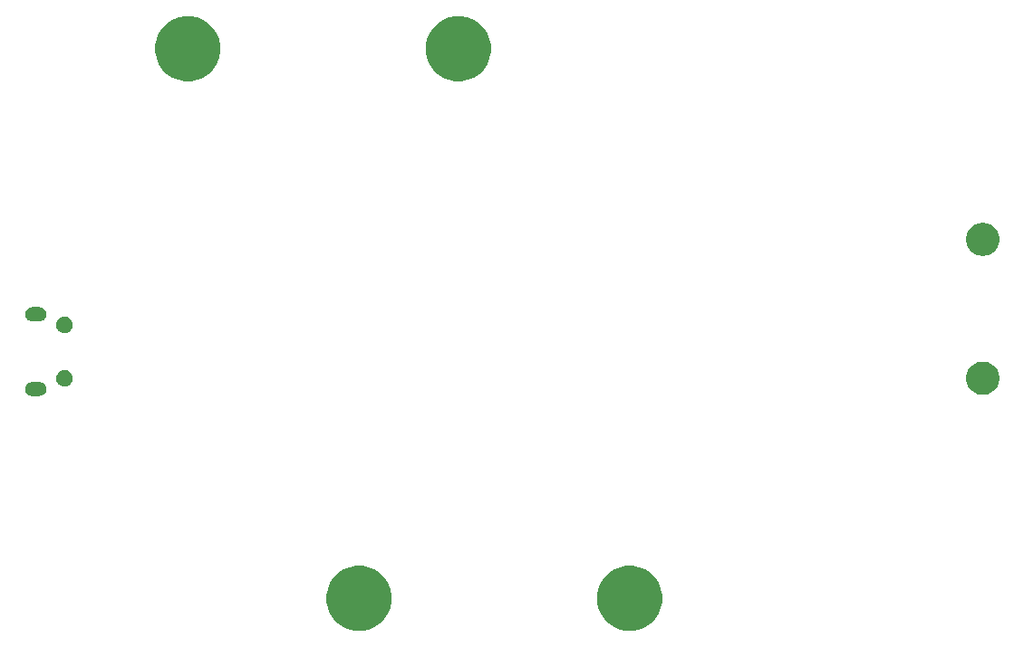
<source format=gbr>
G04 #@! TF.GenerationSoftware,KiCad,Pcbnew,(5.1.2-1)-1*
G04 #@! TF.CreationDate,2019-08-06T14:05:24+03:00*
G04 #@! TF.ProjectId,Boost_Converter,426f6f73-745f-4436-9f6e-766572746572,rev?*
G04 #@! TF.SameCoordinates,Original*
G04 #@! TF.FileFunction,Soldermask,Bot*
G04 #@! TF.FilePolarity,Negative*
%FSLAX46Y46*%
G04 Gerber Fmt 4.6, Leading zero omitted, Abs format (unit mm)*
G04 Created by KiCad (PCBNEW (5.1.2-1)-1) date 2019-08-06 14:05:24*
%MOMM*%
%LPD*%
G04 APERTURE LIST*
%ADD10C,0.100000*%
G04 APERTURE END LIST*
D10*
G36*
X86389943Y-95666248D02*
G01*
X86945189Y-95896238D01*
X86945190Y-95896239D01*
X87444899Y-96230134D01*
X87869866Y-96655101D01*
X87869867Y-96655103D01*
X88203762Y-97154811D01*
X88433752Y-97710057D01*
X88551000Y-98299501D01*
X88551000Y-98900499D01*
X88433752Y-99489943D01*
X88203762Y-100045189D01*
X88203761Y-100045190D01*
X87869866Y-100544899D01*
X87444899Y-100969866D01*
X87193347Y-101137948D01*
X86945189Y-101303762D01*
X86389943Y-101533752D01*
X85800499Y-101651000D01*
X85199501Y-101651000D01*
X84610057Y-101533752D01*
X84054811Y-101303762D01*
X83806653Y-101137948D01*
X83555101Y-100969866D01*
X83130134Y-100544899D01*
X82796239Y-100045190D01*
X82796238Y-100045189D01*
X82566248Y-99489943D01*
X82449000Y-98900499D01*
X82449000Y-98299501D01*
X82566248Y-97710057D01*
X82796238Y-97154811D01*
X83130133Y-96655103D01*
X83130134Y-96655101D01*
X83555101Y-96230134D01*
X84054810Y-95896239D01*
X84054811Y-95896238D01*
X84610057Y-95666248D01*
X85199501Y-95549000D01*
X85800499Y-95549000D01*
X86389943Y-95666248D01*
X86389943Y-95666248D01*
G37*
G36*
X61139943Y-95666248D02*
G01*
X61695189Y-95896238D01*
X61695190Y-95896239D01*
X62194899Y-96230134D01*
X62619866Y-96655101D01*
X62619867Y-96655103D01*
X62953762Y-97154811D01*
X63183752Y-97710057D01*
X63301000Y-98299501D01*
X63301000Y-98900499D01*
X63183752Y-99489943D01*
X62953762Y-100045189D01*
X62953761Y-100045190D01*
X62619866Y-100544899D01*
X62194899Y-100969866D01*
X61943347Y-101137948D01*
X61695189Y-101303762D01*
X61139943Y-101533752D01*
X60550499Y-101651000D01*
X59949501Y-101651000D01*
X59360057Y-101533752D01*
X58804811Y-101303762D01*
X58556653Y-101137948D01*
X58305101Y-100969866D01*
X57880134Y-100544899D01*
X57546239Y-100045190D01*
X57546238Y-100045189D01*
X57316248Y-99489943D01*
X57199000Y-98900499D01*
X57199000Y-98299501D01*
X57316248Y-97710057D01*
X57546238Y-97154811D01*
X57880133Y-96655103D01*
X57880134Y-96655101D01*
X58305101Y-96230134D01*
X58804810Y-95896239D01*
X58804811Y-95896238D01*
X59360057Y-95666248D01*
X59949501Y-95549000D01*
X60550499Y-95549000D01*
X61139943Y-95666248D01*
X61139943Y-95666248D01*
G37*
G36*
X30438855Y-78352140D02*
G01*
X30502618Y-78358420D01*
X30593404Y-78385960D01*
X30625336Y-78395646D01*
X30738425Y-78456094D01*
X30837554Y-78537446D01*
X30918906Y-78636575D01*
X30979354Y-78749664D01*
X30979355Y-78749668D01*
X31016580Y-78872382D01*
X31029149Y-79000000D01*
X31016580Y-79127618D01*
X30993185Y-79204740D01*
X30979354Y-79250336D01*
X30918906Y-79363425D01*
X30837554Y-79462554D01*
X30738425Y-79543906D01*
X30625336Y-79604354D01*
X30593404Y-79614040D01*
X30502618Y-79641580D01*
X30438855Y-79647860D01*
X30406974Y-79651000D01*
X29643026Y-79651000D01*
X29611145Y-79647860D01*
X29547382Y-79641580D01*
X29456596Y-79614040D01*
X29424664Y-79604354D01*
X29311575Y-79543906D01*
X29212446Y-79462554D01*
X29131094Y-79363425D01*
X29070646Y-79250336D01*
X29056815Y-79204740D01*
X29033420Y-79127618D01*
X29020851Y-79000000D01*
X29033420Y-78872382D01*
X29070645Y-78749668D01*
X29070646Y-78749664D01*
X29131094Y-78636575D01*
X29212446Y-78537446D01*
X29311575Y-78456094D01*
X29424664Y-78395646D01*
X29456596Y-78385960D01*
X29547382Y-78358420D01*
X29611145Y-78352140D01*
X29643026Y-78349000D01*
X30406974Y-78349000D01*
X30438855Y-78352140D01*
X30438855Y-78352140D01*
G37*
G36*
X118802585Y-76478802D02*
G01*
X118952410Y-76508604D01*
X119234674Y-76625521D01*
X119488705Y-76795259D01*
X119704741Y-77011295D01*
X119874479Y-77265326D01*
X119991396Y-77547590D01*
X119991396Y-77547591D01*
X120051000Y-77847239D01*
X120051000Y-78152761D01*
X120036362Y-78226351D01*
X119991396Y-78452410D01*
X119874479Y-78734674D01*
X119704741Y-78988705D01*
X119488705Y-79204741D01*
X119234674Y-79374479D01*
X118952410Y-79491396D01*
X118802585Y-79521198D01*
X118652761Y-79551000D01*
X118347239Y-79551000D01*
X118197415Y-79521198D01*
X118047590Y-79491396D01*
X117765326Y-79374479D01*
X117511295Y-79204741D01*
X117295259Y-78988705D01*
X117125521Y-78734674D01*
X117008604Y-78452410D01*
X116963638Y-78226351D01*
X116949000Y-78152761D01*
X116949000Y-77847239D01*
X117008604Y-77547591D01*
X117008604Y-77547590D01*
X117125521Y-77265326D01*
X117295259Y-77011295D01*
X117511295Y-76795259D01*
X117765326Y-76625521D01*
X118047590Y-76508604D01*
X118197415Y-76478802D01*
X118347239Y-76449000D01*
X118652761Y-76449000D01*
X118802585Y-76478802D01*
X118802585Y-76478802D01*
G37*
G36*
X32951348Y-77253820D02*
G01*
X32951350Y-77253821D01*
X32951351Y-77253821D01*
X33092574Y-77312317D01*
X33092577Y-77312319D01*
X33219669Y-77397239D01*
X33327761Y-77505331D01*
X33355998Y-77547591D01*
X33412683Y-77632426D01*
X33471179Y-77773649D01*
X33501000Y-77923571D01*
X33501000Y-78076429D01*
X33471179Y-78226351D01*
X33412683Y-78367574D01*
X33412681Y-78367577D01*
X33327761Y-78494669D01*
X33219669Y-78602761D01*
X33092577Y-78687681D01*
X33092574Y-78687683D01*
X32951351Y-78746179D01*
X32951350Y-78746179D01*
X32951348Y-78746180D01*
X32801431Y-78776000D01*
X32648569Y-78776000D01*
X32498652Y-78746180D01*
X32498650Y-78746179D01*
X32498649Y-78746179D01*
X32357426Y-78687683D01*
X32357423Y-78687681D01*
X32230331Y-78602761D01*
X32122239Y-78494669D01*
X32037319Y-78367577D01*
X32037317Y-78367574D01*
X31978821Y-78226351D01*
X31949000Y-78076429D01*
X31949000Y-77923571D01*
X31978821Y-77773649D01*
X32037317Y-77632426D01*
X32094002Y-77547591D01*
X32122239Y-77505331D01*
X32230331Y-77397239D01*
X32357423Y-77312319D01*
X32357426Y-77312317D01*
X32498649Y-77253821D01*
X32498650Y-77253821D01*
X32498652Y-77253820D01*
X32648569Y-77224000D01*
X32801431Y-77224000D01*
X32951348Y-77253820D01*
X32951348Y-77253820D01*
G37*
G36*
X32951348Y-72253820D02*
G01*
X32951350Y-72253821D01*
X32951351Y-72253821D01*
X33092574Y-72312317D01*
X33092577Y-72312319D01*
X33219669Y-72397239D01*
X33327761Y-72505331D01*
X33412681Y-72632423D01*
X33412683Y-72632426D01*
X33471179Y-72773649D01*
X33501000Y-72923571D01*
X33501000Y-73076429D01*
X33471179Y-73226351D01*
X33412683Y-73367574D01*
X33412681Y-73367577D01*
X33327761Y-73494669D01*
X33219669Y-73602761D01*
X33092577Y-73687681D01*
X33092574Y-73687683D01*
X32951351Y-73746179D01*
X32951350Y-73746179D01*
X32951348Y-73746180D01*
X32801431Y-73776000D01*
X32648569Y-73776000D01*
X32498652Y-73746180D01*
X32498650Y-73746179D01*
X32498649Y-73746179D01*
X32357426Y-73687683D01*
X32357423Y-73687681D01*
X32230331Y-73602761D01*
X32122239Y-73494669D01*
X32037319Y-73367577D01*
X32037317Y-73367574D01*
X31978821Y-73226351D01*
X31949000Y-73076429D01*
X31949000Y-72923571D01*
X31978821Y-72773649D01*
X32037317Y-72632426D01*
X32037319Y-72632423D01*
X32122239Y-72505331D01*
X32230331Y-72397239D01*
X32357423Y-72312319D01*
X32357426Y-72312317D01*
X32498649Y-72253821D01*
X32498650Y-72253821D01*
X32498652Y-72253820D01*
X32648569Y-72224000D01*
X32801431Y-72224000D01*
X32951348Y-72253820D01*
X32951348Y-72253820D01*
G37*
G36*
X30438855Y-71352140D02*
G01*
X30502618Y-71358420D01*
X30593404Y-71385960D01*
X30625336Y-71395646D01*
X30738425Y-71456094D01*
X30837554Y-71537446D01*
X30918906Y-71636575D01*
X30979354Y-71749664D01*
X30979355Y-71749668D01*
X31016580Y-71872382D01*
X31029149Y-72000000D01*
X31016580Y-72127618D01*
X30989040Y-72218404D01*
X30979354Y-72250336D01*
X30918906Y-72363425D01*
X30837554Y-72462554D01*
X30738425Y-72543906D01*
X30625336Y-72604354D01*
X30593404Y-72614040D01*
X30502618Y-72641580D01*
X30438855Y-72647860D01*
X30406974Y-72651000D01*
X29643026Y-72651000D01*
X29611145Y-72647860D01*
X29547382Y-72641580D01*
X29456596Y-72614040D01*
X29424664Y-72604354D01*
X29311575Y-72543906D01*
X29212446Y-72462554D01*
X29131094Y-72363425D01*
X29070646Y-72250336D01*
X29060960Y-72218404D01*
X29033420Y-72127618D01*
X29020851Y-72000000D01*
X29033420Y-71872382D01*
X29070645Y-71749668D01*
X29070646Y-71749664D01*
X29131094Y-71636575D01*
X29212446Y-71537446D01*
X29311575Y-71456094D01*
X29424664Y-71395646D01*
X29456596Y-71385960D01*
X29547382Y-71358420D01*
X29611145Y-71352140D01*
X29643026Y-71349000D01*
X30406974Y-71349000D01*
X30438855Y-71352140D01*
X30438855Y-71352140D01*
G37*
G36*
X118802585Y-63478802D02*
G01*
X118952410Y-63508604D01*
X119234674Y-63625521D01*
X119488705Y-63795259D01*
X119704741Y-64011295D01*
X119874479Y-64265326D01*
X119991396Y-64547590D01*
X120051000Y-64847240D01*
X120051000Y-65152760D01*
X119991396Y-65452410D01*
X119874479Y-65734674D01*
X119704741Y-65988705D01*
X119488705Y-66204741D01*
X119234674Y-66374479D01*
X118952410Y-66491396D01*
X118802585Y-66521198D01*
X118652761Y-66551000D01*
X118347239Y-66551000D01*
X118197415Y-66521198D01*
X118047590Y-66491396D01*
X117765326Y-66374479D01*
X117511295Y-66204741D01*
X117295259Y-65988705D01*
X117125521Y-65734674D01*
X117008604Y-65452410D01*
X116949000Y-65152760D01*
X116949000Y-64847240D01*
X117008604Y-64547590D01*
X117125521Y-64265326D01*
X117295259Y-64011295D01*
X117511295Y-63795259D01*
X117765326Y-63625521D01*
X118047590Y-63508604D01*
X118197415Y-63478802D01*
X118347239Y-63449000D01*
X118652761Y-63449000D01*
X118802585Y-63478802D01*
X118802585Y-63478802D01*
G37*
G36*
X70389943Y-44216248D02*
G01*
X70945189Y-44446238D01*
X70945190Y-44446239D01*
X71444899Y-44780134D01*
X71869866Y-45205101D01*
X71869867Y-45205103D01*
X72203762Y-45704811D01*
X72433752Y-46260057D01*
X72551000Y-46849501D01*
X72551000Y-47450499D01*
X72433752Y-48039943D01*
X72203762Y-48595189D01*
X72203761Y-48595190D01*
X71869866Y-49094899D01*
X71444899Y-49519866D01*
X71193347Y-49687948D01*
X70945189Y-49853762D01*
X70389943Y-50083752D01*
X69800499Y-50201000D01*
X69199501Y-50201000D01*
X68610057Y-50083752D01*
X68054811Y-49853762D01*
X67806653Y-49687948D01*
X67555101Y-49519866D01*
X67130134Y-49094899D01*
X66796239Y-48595190D01*
X66796238Y-48595189D01*
X66566248Y-48039943D01*
X66449000Y-47450499D01*
X66449000Y-46849501D01*
X66566248Y-46260057D01*
X66796238Y-45704811D01*
X67130133Y-45205103D01*
X67130134Y-45205101D01*
X67555101Y-44780134D01*
X68054810Y-44446239D01*
X68054811Y-44446238D01*
X68610057Y-44216248D01*
X69199501Y-44099000D01*
X69800499Y-44099000D01*
X70389943Y-44216248D01*
X70389943Y-44216248D01*
G37*
G36*
X45139943Y-44216248D02*
G01*
X45695189Y-44446238D01*
X45695190Y-44446239D01*
X46194899Y-44780134D01*
X46619866Y-45205101D01*
X46619867Y-45205103D01*
X46953762Y-45704811D01*
X47183752Y-46260057D01*
X47301000Y-46849501D01*
X47301000Y-47450499D01*
X47183752Y-48039943D01*
X46953762Y-48595189D01*
X46953761Y-48595190D01*
X46619866Y-49094899D01*
X46194899Y-49519866D01*
X45943347Y-49687948D01*
X45695189Y-49853762D01*
X45139943Y-50083752D01*
X44550499Y-50201000D01*
X43949501Y-50201000D01*
X43360057Y-50083752D01*
X42804811Y-49853762D01*
X42556653Y-49687948D01*
X42305101Y-49519866D01*
X41880134Y-49094899D01*
X41546239Y-48595190D01*
X41546238Y-48595189D01*
X41316248Y-48039943D01*
X41199000Y-47450499D01*
X41199000Y-46849501D01*
X41316248Y-46260057D01*
X41546238Y-45704811D01*
X41880133Y-45205103D01*
X41880134Y-45205101D01*
X42305101Y-44780134D01*
X42804810Y-44446239D01*
X42804811Y-44446238D01*
X43360057Y-44216248D01*
X43949501Y-44099000D01*
X44550499Y-44099000D01*
X45139943Y-44216248D01*
X45139943Y-44216248D01*
G37*
M02*

</source>
